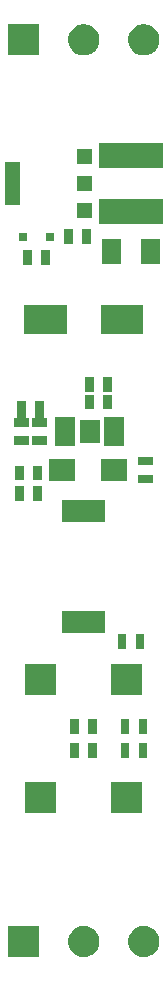
<source format=gbr>
G04 #@! TF.GenerationSoftware,KiCad,Pcbnew,5.0.2*
G04 #@! TF.CreationDate,2020-03-26T08:27:29+01:00*
G04 #@! TF.ProjectId,cowdin-dcdc,636f7764-696e-42d6-9463-64632e6b6963,1*
G04 #@! TF.SameCoordinates,Original*
G04 #@! TF.FileFunction,Soldermask,Top*
G04 #@! TF.FilePolarity,Negative*
%FSLAX46Y46*%
G04 Gerber Fmt 4.6, Leading zero omitted, Abs format (unit mm)*
G04 Created by KiCad (PCBNEW 5.0.2) date jeu. 26 mars 2020 08:27:29 CET*
%MOMM*%
%LPD*%
G01*
G04 APERTURE LIST*
%ADD10C,0.100000*%
G04 APERTURE END LIST*
D10*
G36*
X144741000Y-144491000D02*
X142099000Y-144491000D01*
X142099000Y-141849000D01*
X144741000Y-141849000D01*
X144741000Y-144491000D01*
X144741000Y-144491000D01*
G37*
G36*
X148800250Y-141882843D02*
X148885322Y-141899765D01*
X148955735Y-141928931D01*
X149125728Y-141999344D01*
X149342092Y-142143914D01*
X149526086Y-142327908D01*
X149670656Y-142544272D01*
X149770235Y-142784679D01*
X149821000Y-143039891D01*
X149821000Y-143300109D01*
X149770235Y-143555321D01*
X149670656Y-143795728D01*
X149526086Y-144012092D01*
X149342092Y-144196086D01*
X149125728Y-144340656D01*
X148955735Y-144411069D01*
X148885322Y-144440235D01*
X148800250Y-144457157D01*
X148630109Y-144491000D01*
X148369891Y-144491000D01*
X148199750Y-144457157D01*
X148114678Y-144440235D01*
X148044265Y-144411069D01*
X147874272Y-144340656D01*
X147657908Y-144196086D01*
X147473914Y-144012092D01*
X147329344Y-143795728D01*
X147229765Y-143555321D01*
X147179000Y-143300109D01*
X147179000Y-143039891D01*
X147229765Y-142784679D01*
X147329344Y-142544272D01*
X147473914Y-142327908D01*
X147657908Y-142143914D01*
X147874272Y-141999344D01*
X148044265Y-141928931D01*
X148114678Y-141899765D01*
X148199750Y-141882843D01*
X148369891Y-141849000D01*
X148630109Y-141849000D01*
X148800250Y-141882843D01*
X148800250Y-141882843D01*
G37*
G36*
X153880250Y-141882843D02*
X153965322Y-141899765D01*
X154035735Y-141928931D01*
X154205728Y-141999344D01*
X154422092Y-142143914D01*
X154606086Y-142327908D01*
X154750656Y-142544272D01*
X154850235Y-142784679D01*
X154901000Y-143039891D01*
X154901000Y-143300109D01*
X154850235Y-143555321D01*
X154750656Y-143795728D01*
X154606086Y-144012092D01*
X154422092Y-144196086D01*
X154205728Y-144340656D01*
X154035735Y-144411069D01*
X153965322Y-144440235D01*
X153880250Y-144457157D01*
X153710109Y-144491000D01*
X153449891Y-144491000D01*
X153279750Y-144457157D01*
X153194678Y-144440235D01*
X153124265Y-144411069D01*
X152954272Y-144340656D01*
X152737908Y-144196086D01*
X152553914Y-144012092D01*
X152409344Y-143795728D01*
X152309765Y-143555321D01*
X152259000Y-143300109D01*
X152259000Y-143039891D01*
X152309765Y-142784679D01*
X152409344Y-142544272D01*
X152553914Y-142327908D01*
X152737908Y-142143914D01*
X152954272Y-141999344D01*
X153124265Y-141928931D01*
X153194678Y-141899765D01*
X153279750Y-141882843D01*
X153449891Y-141849000D01*
X153710109Y-141849000D01*
X153880250Y-141882843D01*
X153880250Y-141882843D01*
G37*
G36*
X146151000Y-132301000D02*
X143549000Y-132301000D01*
X143549000Y-129699000D01*
X146151000Y-129699000D01*
X146151000Y-132301000D01*
X146151000Y-132301000D01*
G37*
G36*
X153451000Y-132301000D02*
X150849000Y-132301000D01*
X150849000Y-129699000D01*
X153451000Y-129699000D01*
X153451000Y-132301000D01*
X153451000Y-132301000D01*
G37*
G36*
X153880500Y-127622500D02*
X153143500Y-127622500D01*
X153143500Y-126377500D01*
X153880500Y-126377500D01*
X153880500Y-127622500D01*
X153880500Y-127622500D01*
G37*
G36*
X152356500Y-127622500D02*
X151619500Y-127622500D01*
X151619500Y-126377500D01*
X152356500Y-126377500D01*
X152356500Y-127622500D01*
X152356500Y-127622500D01*
G37*
G36*
X149630500Y-127622500D02*
X148893500Y-127622500D01*
X148893500Y-126377500D01*
X149630500Y-126377500D01*
X149630500Y-127622500D01*
X149630500Y-127622500D01*
G37*
G36*
X148106500Y-127622500D02*
X147369500Y-127622500D01*
X147369500Y-126377500D01*
X148106500Y-126377500D01*
X148106500Y-127622500D01*
X148106500Y-127622500D01*
G37*
G36*
X148106500Y-125622500D02*
X147369500Y-125622500D01*
X147369500Y-124377500D01*
X148106500Y-124377500D01*
X148106500Y-125622500D01*
X148106500Y-125622500D01*
G37*
G36*
X149630500Y-125622500D02*
X148893500Y-125622500D01*
X148893500Y-124377500D01*
X149630500Y-124377500D01*
X149630500Y-125622500D01*
X149630500Y-125622500D01*
G37*
G36*
X152366500Y-125622500D02*
X151629500Y-125622500D01*
X151629500Y-124377500D01*
X152366500Y-124377500D01*
X152366500Y-125622500D01*
X152366500Y-125622500D01*
G37*
G36*
X153890500Y-125622500D02*
X153153500Y-125622500D01*
X153153500Y-124377500D01*
X153890500Y-124377500D01*
X153890500Y-125622500D01*
X153890500Y-125622500D01*
G37*
G36*
X146151000Y-122301000D02*
X143549000Y-122301000D01*
X143549000Y-119699000D01*
X146151000Y-119699000D01*
X146151000Y-122301000D01*
X146151000Y-122301000D01*
G37*
G36*
X153451000Y-122301000D02*
X150849000Y-122301000D01*
X150849000Y-119699000D01*
X153451000Y-119699000D01*
X153451000Y-122301000D01*
X153451000Y-122301000D01*
G37*
G36*
X152106500Y-118372500D02*
X151369500Y-118372500D01*
X151369500Y-117127500D01*
X152106500Y-117127500D01*
X152106500Y-118372500D01*
X152106500Y-118372500D01*
G37*
G36*
X153630500Y-118372500D02*
X152893500Y-118372500D01*
X152893500Y-117127500D01*
X153630500Y-117127500D01*
X153630500Y-118372500D01*
X153630500Y-118372500D01*
G37*
G36*
X150331000Y-117051000D02*
X146669000Y-117051000D01*
X146669000Y-115169000D01*
X150331000Y-115169000D01*
X150331000Y-117051000D01*
X150331000Y-117051000D01*
G37*
G36*
X150331000Y-107651000D02*
X146669000Y-107651000D01*
X146669000Y-105769000D01*
X150331000Y-105769000D01*
X150331000Y-107651000D01*
X150331000Y-107651000D01*
G37*
G36*
X144980500Y-105872500D02*
X144243500Y-105872500D01*
X144243500Y-104627500D01*
X144980500Y-104627500D01*
X144980500Y-105872500D01*
X144980500Y-105872500D01*
G37*
G36*
X143456500Y-105872500D02*
X142719500Y-105872500D01*
X142719500Y-104627500D01*
X143456500Y-104627500D01*
X143456500Y-105872500D01*
X143456500Y-105872500D01*
G37*
G36*
X154372500Y-104380500D02*
X153127500Y-104380500D01*
X153127500Y-103643500D01*
X154372500Y-103643500D01*
X154372500Y-104380500D01*
X154372500Y-104380500D01*
G37*
G36*
X152151000Y-104201000D02*
X149949000Y-104201000D01*
X149949000Y-102299000D01*
X152151000Y-102299000D01*
X152151000Y-104201000D01*
X152151000Y-104201000D01*
G37*
G36*
X147751000Y-104201000D02*
X145549000Y-104201000D01*
X145549000Y-102299000D01*
X147751000Y-102299000D01*
X147751000Y-104201000D01*
X147751000Y-104201000D01*
G37*
G36*
X143456500Y-104122500D02*
X142719500Y-104122500D01*
X142719500Y-102877500D01*
X143456500Y-102877500D01*
X143456500Y-104122500D01*
X143456500Y-104122500D01*
G37*
G36*
X144980500Y-104122500D02*
X144243500Y-104122500D01*
X144243500Y-102877500D01*
X144980500Y-102877500D01*
X144980500Y-104122500D01*
X144980500Y-104122500D01*
G37*
G36*
X154372500Y-102856500D02*
X153127500Y-102856500D01*
X153127500Y-102119500D01*
X154372500Y-102119500D01*
X154372500Y-102856500D01*
X154372500Y-102856500D01*
G37*
G36*
X151950000Y-101200000D02*
X150250000Y-101200000D01*
X150250000Y-98800000D01*
X151950000Y-98800000D01*
X151950000Y-101200000D01*
X151950000Y-101200000D01*
G37*
G36*
X147750000Y-101200000D02*
X146050000Y-101200000D01*
X146050000Y-98800000D01*
X147750000Y-98800000D01*
X147750000Y-101200000D01*
X147750000Y-101200000D01*
G37*
G36*
X143872500Y-101130500D02*
X142627500Y-101130500D01*
X142627500Y-100393500D01*
X143872500Y-100393500D01*
X143872500Y-101130500D01*
X143872500Y-101130500D01*
G37*
G36*
X145372500Y-101130500D02*
X144127500Y-101130500D01*
X144127500Y-100393500D01*
X145372500Y-100393500D01*
X145372500Y-101130500D01*
X145372500Y-101130500D01*
G37*
G36*
X149855000Y-101010000D02*
X148145000Y-101010000D01*
X148145000Y-98990000D01*
X149855000Y-98990000D01*
X149855000Y-101010000D01*
X149855000Y-101010000D01*
G37*
G36*
X143606500Y-98744500D02*
X143608902Y-98768886D01*
X143616015Y-98792335D01*
X143627566Y-98813946D01*
X143643112Y-98832888D01*
X143662054Y-98848434D01*
X143683665Y-98859985D01*
X143707114Y-98867098D01*
X143731500Y-98869500D01*
X143872500Y-98869500D01*
X143872500Y-99606500D01*
X142627500Y-99606500D01*
X142627500Y-98869500D01*
X142744500Y-98869500D01*
X142768886Y-98867098D01*
X142792335Y-98859985D01*
X142813946Y-98848434D01*
X142832888Y-98832888D01*
X142848434Y-98813946D01*
X142859985Y-98792335D01*
X142867098Y-98768886D01*
X142869500Y-98744500D01*
X142869500Y-97377500D01*
X143606500Y-97377500D01*
X143606500Y-98744500D01*
X143606500Y-98744500D01*
G37*
G36*
X145130500Y-98744500D02*
X145132902Y-98768886D01*
X145140015Y-98792335D01*
X145151566Y-98813946D01*
X145167112Y-98832888D01*
X145186054Y-98848434D01*
X145207665Y-98859985D01*
X145231114Y-98867098D01*
X145255500Y-98869500D01*
X145372500Y-98869500D01*
X145372500Y-99606500D01*
X144127500Y-99606500D01*
X144127500Y-98869500D01*
X144268500Y-98869500D01*
X144292886Y-98867098D01*
X144316335Y-98859985D01*
X144337946Y-98848434D01*
X144356888Y-98832888D01*
X144372434Y-98813946D01*
X144383985Y-98792335D01*
X144391098Y-98768886D01*
X144393500Y-98744500D01*
X144393500Y-97377500D01*
X145130500Y-97377500D01*
X145130500Y-98744500D01*
X145130500Y-98744500D01*
G37*
G36*
X150880500Y-98122500D02*
X150143500Y-98122500D01*
X150143500Y-96877500D01*
X150880500Y-96877500D01*
X150880500Y-98122500D01*
X150880500Y-98122500D01*
G37*
G36*
X149356500Y-98122500D02*
X148619500Y-98122500D01*
X148619500Y-96877500D01*
X149356500Y-96877500D01*
X149356500Y-98122500D01*
X149356500Y-98122500D01*
G37*
G36*
X150880500Y-96622500D02*
X150143500Y-96622500D01*
X150143500Y-95377500D01*
X150880500Y-95377500D01*
X150880500Y-96622500D01*
X150880500Y-96622500D01*
G37*
G36*
X149356500Y-96622500D02*
X148619500Y-96622500D01*
X148619500Y-95377500D01*
X149356500Y-95377500D01*
X149356500Y-96622500D01*
X149356500Y-96622500D01*
G37*
G36*
X153552260Y-91751150D02*
X149950140Y-91751150D01*
X149950140Y-89248850D01*
X153552260Y-89248850D01*
X153552260Y-91751150D01*
X153552260Y-91751150D01*
G37*
G36*
X147049860Y-91751150D02*
X143447740Y-91751150D01*
X143447740Y-89248850D01*
X147049860Y-89248850D01*
X147049860Y-91751150D01*
X147049860Y-91751150D01*
G37*
G36*
X145630500Y-85872500D02*
X144893500Y-85872500D01*
X144893500Y-84627500D01*
X145630500Y-84627500D01*
X145630500Y-85872500D01*
X145630500Y-85872500D01*
G37*
G36*
X144106500Y-85872500D02*
X143369500Y-85872500D01*
X143369500Y-84627500D01*
X144106500Y-84627500D01*
X144106500Y-85872500D01*
X144106500Y-85872500D01*
G37*
G36*
X151662000Y-85817000D02*
X150036000Y-85817000D01*
X150036000Y-83683000D01*
X151662000Y-83683000D01*
X151662000Y-85817000D01*
X151662000Y-85817000D01*
G37*
G36*
X154964000Y-85817000D02*
X153338000Y-85817000D01*
X153338000Y-83683000D01*
X154964000Y-83683000D01*
X154964000Y-85817000D01*
X154964000Y-85817000D01*
G37*
G36*
X149130500Y-84122500D02*
X148393500Y-84122500D01*
X148393500Y-82877500D01*
X149130500Y-82877500D01*
X149130500Y-84122500D01*
X149130500Y-84122500D01*
G37*
G36*
X147606500Y-84122500D02*
X146869500Y-84122500D01*
X146869500Y-82877500D01*
X147606500Y-82877500D01*
X147606500Y-84122500D01*
X147606500Y-84122500D01*
G37*
G36*
X146001340Y-83850720D02*
X145299900Y-83850720D01*
X145299900Y-83149280D01*
X146001340Y-83149280D01*
X146001340Y-83850720D01*
X146001340Y-83850720D01*
G37*
G36*
X143700100Y-83850720D02*
X142998660Y-83850720D01*
X142998660Y-83149280D01*
X143700100Y-83149280D01*
X143700100Y-83850720D01*
X143700100Y-83850720D01*
G37*
G36*
X155201000Y-82451000D02*
X149799000Y-82451000D01*
X149799000Y-80349000D01*
X155201000Y-80349000D01*
X155201000Y-82451000D01*
X155201000Y-82451000D01*
G37*
G36*
X149200980Y-81951680D02*
X147900100Y-81951680D01*
X147900100Y-80650800D01*
X149200980Y-80650800D01*
X149200980Y-81951680D01*
X149200980Y-81951680D01*
G37*
G36*
X143099900Y-80850590D02*
X141799020Y-80850590D01*
X141799020Y-77149410D01*
X143099900Y-77149410D01*
X143099900Y-80850590D01*
X143099900Y-80850590D01*
G37*
G36*
X149200980Y-79650440D02*
X147900100Y-79650440D01*
X147900100Y-78349560D01*
X149200980Y-78349560D01*
X149200980Y-79650440D01*
X149200980Y-79650440D01*
G37*
G36*
X155201000Y-77651000D02*
X149799000Y-77651000D01*
X149799000Y-75549000D01*
X155201000Y-75549000D01*
X155201000Y-77651000D01*
X155201000Y-77651000D01*
G37*
G36*
X149200980Y-77349200D02*
X147900100Y-77349200D01*
X147900100Y-76048320D01*
X149200980Y-76048320D01*
X149200980Y-77349200D01*
X149200980Y-77349200D01*
G37*
G36*
X144741000Y-68151000D02*
X142099000Y-68151000D01*
X142099000Y-65509000D01*
X144741000Y-65509000D01*
X144741000Y-68151000D01*
X144741000Y-68151000D01*
G37*
G36*
X148800250Y-65542843D02*
X148885322Y-65559765D01*
X148955735Y-65588931D01*
X149125728Y-65659344D01*
X149342092Y-65803914D01*
X149526086Y-65987908D01*
X149670656Y-66204272D01*
X149770235Y-66444679D01*
X149821000Y-66699891D01*
X149821000Y-66960109D01*
X149770235Y-67215321D01*
X149670656Y-67455728D01*
X149526086Y-67672092D01*
X149342092Y-67856086D01*
X149125728Y-68000656D01*
X148955735Y-68071069D01*
X148885322Y-68100235D01*
X148800250Y-68117157D01*
X148630109Y-68151000D01*
X148369891Y-68151000D01*
X148199750Y-68117157D01*
X148114678Y-68100235D01*
X148044265Y-68071069D01*
X147874272Y-68000656D01*
X147657908Y-67856086D01*
X147473914Y-67672092D01*
X147329344Y-67455728D01*
X147229765Y-67215321D01*
X147179000Y-66960109D01*
X147179000Y-66699891D01*
X147229765Y-66444679D01*
X147329344Y-66204272D01*
X147473914Y-65987908D01*
X147657908Y-65803914D01*
X147874272Y-65659344D01*
X148044265Y-65588931D01*
X148114678Y-65559765D01*
X148199750Y-65542843D01*
X148369891Y-65509000D01*
X148630109Y-65509000D01*
X148800250Y-65542843D01*
X148800250Y-65542843D01*
G37*
G36*
X153880250Y-65542843D02*
X153965322Y-65559765D01*
X154035735Y-65588931D01*
X154205728Y-65659344D01*
X154422092Y-65803914D01*
X154606086Y-65987908D01*
X154750656Y-66204272D01*
X154850235Y-66444679D01*
X154901000Y-66699891D01*
X154901000Y-66960109D01*
X154850235Y-67215321D01*
X154750656Y-67455728D01*
X154606086Y-67672092D01*
X154422092Y-67856086D01*
X154205728Y-68000656D01*
X154035735Y-68071069D01*
X153965322Y-68100235D01*
X153880250Y-68117157D01*
X153710109Y-68151000D01*
X153449891Y-68151000D01*
X153279750Y-68117157D01*
X153194678Y-68100235D01*
X153124265Y-68071069D01*
X152954272Y-68000656D01*
X152737908Y-67856086D01*
X152553914Y-67672092D01*
X152409344Y-67455728D01*
X152309765Y-67215321D01*
X152259000Y-66960109D01*
X152259000Y-66699891D01*
X152309765Y-66444679D01*
X152409344Y-66204272D01*
X152553914Y-65987908D01*
X152737908Y-65803914D01*
X152954272Y-65659344D01*
X153124265Y-65588931D01*
X153194678Y-65559765D01*
X153279750Y-65542843D01*
X153449891Y-65509000D01*
X153710109Y-65509000D01*
X153880250Y-65542843D01*
X153880250Y-65542843D01*
G37*
M02*

</source>
